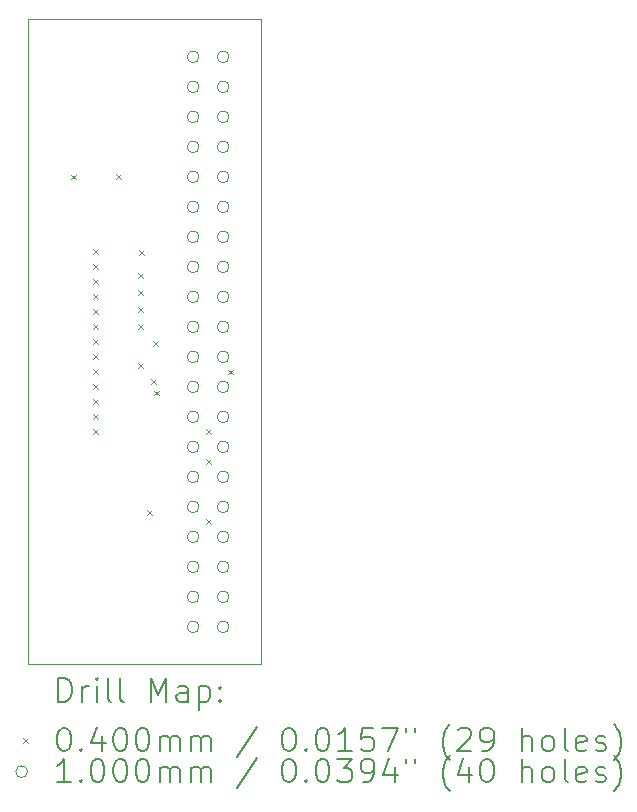
<source format=gbr>
%TF.GenerationSoftware,KiCad,Pcbnew,7.0.5-7.0.5~ubuntu23.04.1*%
%TF.CreationDate,2023-06-22T20:58:57+02:00*%
%TF.ProjectId,olimex-ice40-pi-header,6f6c696d-6578-42d6-9963-6534302d7069,rev?*%
%TF.SameCoordinates,Original*%
%TF.FileFunction,Drillmap*%
%TF.FilePolarity,Positive*%
%FSLAX45Y45*%
G04 Gerber Fmt 4.5, Leading zero omitted, Abs format (unit mm)*
G04 Created by KiCad (PCBNEW 7.0.5-7.0.5~ubuntu23.04.1) date 2023-06-22 20:58:57*
%MOMM*%
%LPD*%
G01*
G04 APERTURE LIST*
%ADD10C,0.100000*%
%ADD11C,0.200000*%
%ADD12C,0.040000*%
G04 APERTURE END LIST*
D10*
X13081000Y-7048500D02*
X15049500Y-7048500D01*
X15049500Y-12509500D01*
X13081000Y-12509500D01*
X13081000Y-7048500D01*
D11*
D12*
X13443480Y-8363480D02*
X13483480Y-8403480D01*
X13483480Y-8363480D02*
X13443480Y-8403480D01*
X13632500Y-8997000D02*
X13672500Y-9037000D01*
X13672500Y-8997000D02*
X13632500Y-9037000D01*
X13632500Y-9124000D02*
X13672500Y-9164000D01*
X13672500Y-9124000D02*
X13632500Y-9164000D01*
X13632500Y-9251000D02*
X13672500Y-9291000D01*
X13672500Y-9251000D02*
X13632500Y-9291000D01*
X13632500Y-9378000D02*
X13672500Y-9418000D01*
X13672500Y-9378000D02*
X13632500Y-9418000D01*
X13632500Y-9505000D02*
X13672500Y-9545000D01*
X13672500Y-9505000D02*
X13632500Y-9545000D01*
X13632500Y-9632000D02*
X13672500Y-9672000D01*
X13672500Y-9632000D02*
X13632500Y-9672000D01*
X13632500Y-9759000D02*
X13672500Y-9799000D01*
X13672500Y-9759000D02*
X13632500Y-9799000D01*
X13632500Y-9886000D02*
X13672500Y-9926000D01*
X13672500Y-9886000D02*
X13632500Y-9926000D01*
X13632500Y-10013000D02*
X13672500Y-10053000D01*
X13672500Y-10013000D02*
X13632500Y-10053000D01*
X13632500Y-10140000D02*
X13672500Y-10180000D01*
X13672500Y-10140000D02*
X13632500Y-10180000D01*
X13632500Y-10267000D02*
X13672500Y-10307000D01*
X13672500Y-10267000D02*
X13632500Y-10307000D01*
X13632500Y-10394000D02*
X13672500Y-10434000D01*
X13672500Y-10394000D02*
X13632500Y-10434000D01*
X13632500Y-10521000D02*
X13672500Y-10561000D01*
X13672500Y-10521000D02*
X13632500Y-10561000D01*
X13823000Y-8362000D02*
X13863000Y-8402000D01*
X13863000Y-8362000D02*
X13823000Y-8402000D01*
X14013500Y-9196450D02*
X14053500Y-9236450D01*
X14053500Y-9196450D02*
X14013500Y-9236450D01*
X14013500Y-9341400D02*
X14053500Y-9381400D01*
X14053500Y-9341400D02*
X14013500Y-9381400D01*
X14013500Y-9486350D02*
X14053500Y-9526350D01*
X14053500Y-9486350D02*
X14013500Y-9526350D01*
X14013500Y-9631300D02*
X14053500Y-9671300D01*
X14053500Y-9631300D02*
X14013500Y-9671300D01*
X14013500Y-9958450D02*
X14053500Y-9998450D01*
X14053500Y-9958450D02*
X14013500Y-9998450D01*
X14019230Y-9002730D02*
X14059230Y-9042730D01*
X14059230Y-9002730D02*
X14019230Y-9042730D01*
X14085903Y-11204003D02*
X14125903Y-11244003D01*
X14125903Y-11204003D02*
X14085903Y-11244003D01*
X14120950Y-10096050D02*
X14160950Y-10136050D01*
X14160950Y-10096050D02*
X14120950Y-10136050D01*
X14140500Y-9776250D02*
X14180500Y-9816250D01*
X14180500Y-9776250D02*
X14140500Y-9816250D01*
X14146989Y-10192549D02*
X14186989Y-10232549D01*
X14186989Y-10192549D02*
X14146989Y-10232549D01*
X14585000Y-10521000D02*
X14625000Y-10561000D01*
X14625000Y-10521000D02*
X14585000Y-10561000D01*
X14585000Y-10775000D02*
X14625000Y-10815000D01*
X14625000Y-10775000D02*
X14585000Y-10815000D01*
X14585000Y-11283000D02*
X14625000Y-11323000D01*
X14625000Y-11283000D02*
X14585000Y-11323000D01*
X14776824Y-10015647D02*
X14816824Y-10055647D01*
X14816824Y-10015647D02*
X14776824Y-10055647D01*
D10*
X14528000Y-7366000D02*
G75*
G03*
X14528000Y-7366000I-50000J0D01*
G01*
X14528000Y-7620000D02*
G75*
G03*
X14528000Y-7620000I-50000J0D01*
G01*
X14528000Y-7874000D02*
G75*
G03*
X14528000Y-7874000I-50000J0D01*
G01*
X14528000Y-8128000D02*
G75*
G03*
X14528000Y-8128000I-50000J0D01*
G01*
X14528000Y-8382000D02*
G75*
G03*
X14528000Y-8382000I-50000J0D01*
G01*
X14528000Y-8636000D02*
G75*
G03*
X14528000Y-8636000I-50000J0D01*
G01*
X14528000Y-8890000D02*
G75*
G03*
X14528000Y-8890000I-50000J0D01*
G01*
X14528000Y-9144000D02*
G75*
G03*
X14528000Y-9144000I-50000J0D01*
G01*
X14528000Y-9398000D02*
G75*
G03*
X14528000Y-9398000I-50000J0D01*
G01*
X14528000Y-9652000D02*
G75*
G03*
X14528000Y-9652000I-50000J0D01*
G01*
X14528000Y-9906000D02*
G75*
G03*
X14528000Y-9906000I-50000J0D01*
G01*
X14528000Y-10160000D02*
G75*
G03*
X14528000Y-10160000I-50000J0D01*
G01*
X14528000Y-10414000D02*
G75*
G03*
X14528000Y-10414000I-50000J0D01*
G01*
X14528000Y-10668000D02*
G75*
G03*
X14528000Y-10668000I-50000J0D01*
G01*
X14528000Y-10922000D02*
G75*
G03*
X14528000Y-10922000I-50000J0D01*
G01*
X14528000Y-11176000D02*
G75*
G03*
X14528000Y-11176000I-50000J0D01*
G01*
X14528000Y-11430000D02*
G75*
G03*
X14528000Y-11430000I-50000J0D01*
G01*
X14528000Y-11684000D02*
G75*
G03*
X14528000Y-11684000I-50000J0D01*
G01*
X14528000Y-11938000D02*
G75*
G03*
X14528000Y-11938000I-50000J0D01*
G01*
X14528000Y-12192000D02*
G75*
G03*
X14528000Y-12192000I-50000J0D01*
G01*
X14782000Y-7366000D02*
G75*
G03*
X14782000Y-7366000I-50000J0D01*
G01*
X14782000Y-7620000D02*
G75*
G03*
X14782000Y-7620000I-50000J0D01*
G01*
X14782000Y-7874000D02*
G75*
G03*
X14782000Y-7874000I-50000J0D01*
G01*
X14782000Y-8128000D02*
G75*
G03*
X14782000Y-8128000I-50000J0D01*
G01*
X14782000Y-8382000D02*
G75*
G03*
X14782000Y-8382000I-50000J0D01*
G01*
X14782000Y-8636000D02*
G75*
G03*
X14782000Y-8636000I-50000J0D01*
G01*
X14782000Y-8890000D02*
G75*
G03*
X14782000Y-8890000I-50000J0D01*
G01*
X14782000Y-9144000D02*
G75*
G03*
X14782000Y-9144000I-50000J0D01*
G01*
X14782000Y-9398000D02*
G75*
G03*
X14782000Y-9398000I-50000J0D01*
G01*
X14782000Y-9652000D02*
G75*
G03*
X14782000Y-9652000I-50000J0D01*
G01*
X14782000Y-9906000D02*
G75*
G03*
X14782000Y-9906000I-50000J0D01*
G01*
X14782000Y-10160000D02*
G75*
G03*
X14782000Y-10160000I-50000J0D01*
G01*
X14782000Y-10414000D02*
G75*
G03*
X14782000Y-10414000I-50000J0D01*
G01*
X14782000Y-10668000D02*
G75*
G03*
X14782000Y-10668000I-50000J0D01*
G01*
X14782000Y-10922000D02*
G75*
G03*
X14782000Y-10922000I-50000J0D01*
G01*
X14782000Y-11176000D02*
G75*
G03*
X14782000Y-11176000I-50000J0D01*
G01*
X14782000Y-11430000D02*
G75*
G03*
X14782000Y-11430000I-50000J0D01*
G01*
X14782000Y-11684000D02*
G75*
G03*
X14782000Y-11684000I-50000J0D01*
G01*
X14782000Y-11938000D02*
G75*
G03*
X14782000Y-11938000I-50000J0D01*
G01*
X14782000Y-12192000D02*
G75*
G03*
X14782000Y-12192000I-50000J0D01*
G01*
D11*
X13336777Y-12825984D02*
X13336777Y-12625984D01*
X13336777Y-12625984D02*
X13384396Y-12625984D01*
X13384396Y-12625984D02*
X13412967Y-12635508D01*
X13412967Y-12635508D02*
X13432015Y-12654555D01*
X13432015Y-12654555D02*
X13441539Y-12673603D01*
X13441539Y-12673603D02*
X13451062Y-12711698D01*
X13451062Y-12711698D02*
X13451062Y-12740269D01*
X13451062Y-12740269D02*
X13441539Y-12778365D01*
X13441539Y-12778365D02*
X13432015Y-12797412D01*
X13432015Y-12797412D02*
X13412967Y-12816460D01*
X13412967Y-12816460D02*
X13384396Y-12825984D01*
X13384396Y-12825984D02*
X13336777Y-12825984D01*
X13536777Y-12825984D02*
X13536777Y-12692650D01*
X13536777Y-12730746D02*
X13546301Y-12711698D01*
X13546301Y-12711698D02*
X13555824Y-12702174D01*
X13555824Y-12702174D02*
X13574872Y-12692650D01*
X13574872Y-12692650D02*
X13593920Y-12692650D01*
X13660586Y-12825984D02*
X13660586Y-12692650D01*
X13660586Y-12625984D02*
X13651062Y-12635508D01*
X13651062Y-12635508D02*
X13660586Y-12645031D01*
X13660586Y-12645031D02*
X13670110Y-12635508D01*
X13670110Y-12635508D02*
X13660586Y-12625984D01*
X13660586Y-12625984D02*
X13660586Y-12645031D01*
X13784396Y-12825984D02*
X13765348Y-12816460D01*
X13765348Y-12816460D02*
X13755824Y-12797412D01*
X13755824Y-12797412D02*
X13755824Y-12625984D01*
X13889158Y-12825984D02*
X13870110Y-12816460D01*
X13870110Y-12816460D02*
X13860586Y-12797412D01*
X13860586Y-12797412D02*
X13860586Y-12625984D01*
X14117729Y-12825984D02*
X14117729Y-12625984D01*
X14117729Y-12625984D02*
X14184396Y-12768841D01*
X14184396Y-12768841D02*
X14251062Y-12625984D01*
X14251062Y-12625984D02*
X14251062Y-12825984D01*
X14432015Y-12825984D02*
X14432015Y-12721222D01*
X14432015Y-12721222D02*
X14422491Y-12702174D01*
X14422491Y-12702174D02*
X14403443Y-12692650D01*
X14403443Y-12692650D02*
X14365348Y-12692650D01*
X14365348Y-12692650D02*
X14346301Y-12702174D01*
X14432015Y-12816460D02*
X14412967Y-12825984D01*
X14412967Y-12825984D02*
X14365348Y-12825984D01*
X14365348Y-12825984D02*
X14346301Y-12816460D01*
X14346301Y-12816460D02*
X14336777Y-12797412D01*
X14336777Y-12797412D02*
X14336777Y-12778365D01*
X14336777Y-12778365D02*
X14346301Y-12759317D01*
X14346301Y-12759317D02*
X14365348Y-12749793D01*
X14365348Y-12749793D02*
X14412967Y-12749793D01*
X14412967Y-12749793D02*
X14432015Y-12740269D01*
X14527253Y-12692650D02*
X14527253Y-12892650D01*
X14527253Y-12702174D02*
X14546301Y-12692650D01*
X14546301Y-12692650D02*
X14584396Y-12692650D01*
X14584396Y-12692650D02*
X14603443Y-12702174D01*
X14603443Y-12702174D02*
X14612967Y-12711698D01*
X14612967Y-12711698D02*
X14622491Y-12730746D01*
X14622491Y-12730746D02*
X14622491Y-12787888D01*
X14622491Y-12787888D02*
X14612967Y-12806936D01*
X14612967Y-12806936D02*
X14603443Y-12816460D01*
X14603443Y-12816460D02*
X14584396Y-12825984D01*
X14584396Y-12825984D02*
X14546301Y-12825984D01*
X14546301Y-12825984D02*
X14527253Y-12816460D01*
X14708205Y-12806936D02*
X14717729Y-12816460D01*
X14717729Y-12816460D02*
X14708205Y-12825984D01*
X14708205Y-12825984D02*
X14698682Y-12816460D01*
X14698682Y-12816460D02*
X14708205Y-12806936D01*
X14708205Y-12806936D02*
X14708205Y-12825984D01*
X14708205Y-12702174D02*
X14717729Y-12711698D01*
X14717729Y-12711698D02*
X14708205Y-12721222D01*
X14708205Y-12721222D02*
X14698682Y-12711698D01*
X14698682Y-12711698D02*
X14708205Y-12702174D01*
X14708205Y-12702174D02*
X14708205Y-12721222D01*
D12*
X13036000Y-13134500D02*
X13076000Y-13174500D01*
X13076000Y-13134500D02*
X13036000Y-13174500D01*
D11*
X13374872Y-13045984D02*
X13393920Y-13045984D01*
X13393920Y-13045984D02*
X13412967Y-13055508D01*
X13412967Y-13055508D02*
X13422491Y-13065031D01*
X13422491Y-13065031D02*
X13432015Y-13084079D01*
X13432015Y-13084079D02*
X13441539Y-13122174D01*
X13441539Y-13122174D02*
X13441539Y-13169793D01*
X13441539Y-13169793D02*
X13432015Y-13207888D01*
X13432015Y-13207888D02*
X13422491Y-13226936D01*
X13422491Y-13226936D02*
X13412967Y-13236460D01*
X13412967Y-13236460D02*
X13393920Y-13245984D01*
X13393920Y-13245984D02*
X13374872Y-13245984D01*
X13374872Y-13245984D02*
X13355824Y-13236460D01*
X13355824Y-13236460D02*
X13346301Y-13226936D01*
X13346301Y-13226936D02*
X13336777Y-13207888D01*
X13336777Y-13207888D02*
X13327253Y-13169793D01*
X13327253Y-13169793D02*
X13327253Y-13122174D01*
X13327253Y-13122174D02*
X13336777Y-13084079D01*
X13336777Y-13084079D02*
X13346301Y-13065031D01*
X13346301Y-13065031D02*
X13355824Y-13055508D01*
X13355824Y-13055508D02*
X13374872Y-13045984D01*
X13527253Y-13226936D02*
X13536777Y-13236460D01*
X13536777Y-13236460D02*
X13527253Y-13245984D01*
X13527253Y-13245984D02*
X13517729Y-13236460D01*
X13517729Y-13236460D02*
X13527253Y-13226936D01*
X13527253Y-13226936D02*
X13527253Y-13245984D01*
X13708205Y-13112650D02*
X13708205Y-13245984D01*
X13660586Y-13036460D02*
X13612967Y-13179317D01*
X13612967Y-13179317D02*
X13736777Y-13179317D01*
X13851062Y-13045984D02*
X13870110Y-13045984D01*
X13870110Y-13045984D02*
X13889158Y-13055508D01*
X13889158Y-13055508D02*
X13898682Y-13065031D01*
X13898682Y-13065031D02*
X13908205Y-13084079D01*
X13908205Y-13084079D02*
X13917729Y-13122174D01*
X13917729Y-13122174D02*
X13917729Y-13169793D01*
X13917729Y-13169793D02*
X13908205Y-13207888D01*
X13908205Y-13207888D02*
X13898682Y-13226936D01*
X13898682Y-13226936D02*
X13889158Y-13236460D01*
X13889158Y-13236460D02*
X13870110Y-13245984D01*
X13870110Y-13245984D02*
X13851062Y-13245984D01*
X13851062Y-13245984D02*
X13832015Y-13236460D01*
X13832015Y-13236460D02*
X13822491Y-13226936D01*
X13822491Y-13226936D02*
X13812967Y-13207888D01*
X13812967Y-13207888D02*
X13803443Y-13169793D01*
X13803443Y-13169793D02*
X13803443Y-13122174D01*
X13803443Y-13122174D02*
X13812967Y-13084079D01*
X13812967Y-13084079D02*
X13822491Y-13065031D01*
X13822491Y-13065031D02*
X13832015Y-13055508D01*
X13832015Y-13055508D02*
X13851062Y-13045984D01*
X14041539Y-13045984D02*
X14060586Y-13045984D01*
X14060586Y-13045984D02*
X14079634Y-13055508D01*
X14079634Y-13055508D02*
X14089158Y-13065031D01*
X14089158Y-13065031D02*
X14098682Y-13084079D01*
X14098682Y-13084079D02*
X14108205Y-13122174D01*
X14108205Y-13122174D02*
X14108205Y-13169793D01*
X14108205Y-13169793D02*
X14098682Y-13207888D01*
X14098682Y-13207888D02*
X14089158Y-13226936D01*
X14089158Y-13226936D02*
X14079634Y-13236460D01*
X14079634Y-13236460D02*
X14060586Y-13245984D01*
X14060586Y-13245984D02*
X14041539Y-13245984D01*
X14041539Y-13245984D02*
X14022491Y-13236460D01*
X14022491Y-13236460D02*
X14012967Y-13226936D01*
X14012967Y-13226936D02*
X14003443Y-13207888D01*
X14003443Y-13207888D02*
X13993920Y-13169793D01*
X13993920Y-13169793D02*
X13993920Y-13122174D01*
X13993920Y-13122174D02*
X14003443Y-13084079D01*
X14003443Y-13084079D02*
X14012967Y-13065031D01*
X14012967Y-13065031D02*
X14022491Y-13055508D01*
X14022491Y-13055508D02*
X14041539Y-13045984D01*
X14193920Y-13245984D02*
X14193920Y-13112650D01*
X14193920Y-13131698D02*
X14203443Y-13122174D01*
X14203443Y-13122174D02*
X14222491Y-13112650D01*
X14222491Y-13112650D02*
X14251063Y-13112650D01*
X14251063Y-13112650D02*
X14270110Y-13122174D01*
X14270110Y-13122174D02*
X14279634Y-13141222D01*
X14279634Y-13141222D02*
X14279634Y-13245984D01*
X14279634Y-13141222D02*
X14289158Y-13122174D01*
X14289158Y-13122174D02*
X14308205Y-13112650D01*
X14308205Y-13112650D02*
X14336777Y-13112650D01*
X14336777Y-13112650D02*
X14355824Y-13122174D01*
X14355824Y-13122174D02*
X14365348Y-13141222D01*
X14365348Y-13141222D02*
X14365348Y-13245984D01*
X14460586Y-13245984D02*
X14460586Y-13112650D01*
X14460586Y-13131698D02*
X14470110Y-13122174D01*
X14470110Y-13122174D02*
X14489158Y-13112650D01*
X14489158Y-13112650D02*
X14517729Y-13112650D01*
X14517729Y-13112650D02*
X14536777Y-13122174D01*
X14536777Y-13122174D02*
X14546301Y-13141222D01*
X14546301Y-13141222D02*
X14546301Y-13245984D01*
X14546301Y-13141222D02*
X14555824Y-13122174D01*
X14555824Y-13122174D02*
X14574872Y-13112650D01*
X14574872Y-13112650D02*
X14603443Y-13112650D01*
X14603443Y-13112650D02*
X14622491Y-13122174D01*
X14622491Y-13122174D02*
X14632015Y-13141222D01*
X14632015Y-13141222D02*
X14632015Y-13245984D01*
X15022491Y-13036460D02*
X14851063Y-13293603D01*
X15279634Y-13045984D02*
X15298682Y-13045984D01*
X15298682Y-13045984D02*
X15317729Y-13055508D01*
X15317729Y-13055508D02*
X15327253Y-13065031D01*
X15327253Y-13065031D02*
X15336777Y-13084079D01*
X15336777Y-13084079D02*
X15346301Y-13122174D01*
X15346301Y-13122174D02*
X15346301Y-13169793D01*
X15346301Y-13169793D02*
X15336777Y-13207888D01*
X15336777Y-13207888D02*
X15327253Y-13226936D01*
X15327253Y-13226936D02*
X15317729Y-13236460D01*
X15317729Y-13236460D02*
X15298682Y-13245984D01*
X15298682Y-13245984D02*
X15279634Y-13245984D01*
X15279634Y-13245984D02*
X15260586Y-13236460D01*
X15260586Y-13236460D02*
X15251063Y-13226936D01*
X15251063Y-13226936D02*
X15241539Y-13207888D01*
X15241539Y-13207888D02*
X15232015Y-13169793D01*
X15232015Y-13169793D02*
X15232015Y-13122174D01*
X15232015Y-13122174D02*
X15241539Y-13084079D01*
X15241539Y-13084079D02*
X15251063Y-13065031D01*
X15251063Y-13065031D02*
X15260586Y-13055508D01*
X15260586Y-13055508D02*
X15279634Y-13045984D01*
X15432015Y-13226936D02*
X15441539Y-13236460D01*
X15441539Y-13236460D02*
X15432015Y-13245984D01*
X15432015Y-13245984D02*
X15422491Y-13236460D01*
X15422491Y-13236460D02*
X15432015Y-13226936D01*
X15432015Y-13226936D02*
X15432015Y-13245984D01*
X15565348Y-13045984D02*
X15584396Y-13045984D01*
X15584396Y-13045984D02*
X15603444Y-13055508D01*
X15603444Y-13055508D02*
X15612967Y-13065031D01*
X15612967Y-13065031D02*
X15622491Y-13084079D01*
X15622491Y-13084079D02*
X15632015Y-13122174D01*
X15632015Y-13122174D02*
X15632015Y-13169793D01*
X15632015Y-13169793D02*
X15622491Y-13207888D01*
X15622491Y-13207888D02*
X15612967Y-13226936D01*
X15612967Y-13226936D02*
X15603444Y-13236460D01*
X15603444Y-13236460D02*
X15584396Y-13245984D01*
X15584396Y-13245984D02*
X15565348Y-13245984D01*
X15565348Y-13245984D02*
X15546301Y-13236460D01*
X15546301Y-13236460D02*
X15536777Y-13226936D01*
X15536777Y-13226936D02*
X15527253Y-13207888D01*
X15527253Y-13207888D02*
X15517729Y-13169793D01*
X15517729Y-13169793D02*
X15517729Y-13122174D01*
X15517729Y-13122174D02*
X15527253Y-13084079D01*
X15527253Y-13084079D02*
X15536777Y-13065031D01*
X15536777Y-13065031D02*
X15546301Y-13055508D01*
X15546301Y-13055508D02*
X15565348Y-13045984D01*
X15822491Y-13245984D02*
X15708206Y-13245984D01*
X15765348Y-13245984D02*
X15765348Y-13045984D01*
X15765348Y-13045984D02*
X15746301Y-13074555D01*
X15746301Y-13074555D02*
X15727253Y-13093603D01*
X15727253Y-13093603D02*
X15708206Y-13103127D01*
X16003444Y-13045984D02*
X15908206Y-13045984D01*
X15908206Y-13045984D02*
X15898682Y-13141222D01*
X15898682Y-13141222D02*
X15908206Y-13131698D01*
X15908206Y-13131698D02*
X15927253Y-13122174D01*
X15927253Y-13122174D02*
X15974872Y-13122174D01*
X15974872Y-13122174D02*
X15993920Y-13131698D01*
X15993920Y-13131698D02*
X16003444Y-13141222D01*
X16003444Y-13141222D02*
X16012967Y-13160269D01*
X16012967Y-13160269D02*
X16012967Y-13207888D01*
X16012967Y-13207888D02*
X16003444Y-13226936D01*
X16003444Y-13226936D02*
X15993920Y-13236460D01*
X15993920Y-13236460D02*
X15974872Y-13245984D01*
X15974872Y-13245984D02*
X15927253Y-13245984D01*
X15927253Y-13245984D02*
X15908206Y-13236460D01*
X15908206Y-13236460D02*
X15898682Y-13226936D01*
X16079634Y-13045984D02*
X16212967Y-13045984D01*
X16212967Y-13045984D02*
X16127253Y-13245984D01*
X16279634Y-13045984D02*
X16279634Y-13084079D01*
X16355825Y-13045984D02*
X16355825Y-13084079D01*
X16651063Y-13322174D02*
X16641539Y-13312650D01*
X16641539Y-13312650D02*
X16622491Y-13284079D01*
X16622491Y-13284079D02*
X16612968Y-13265031D01*
X16612968Y-13265031D02*
X16603444Y-13236460D01*
X16603444Y-13236460D02*
X16593920Y-13188841D01*
X16593920Y-13188841D02*
X16593920Y-13150746D01*
X16593920Y-13150746D02*
X16603444Y-13103127D01*
X16603444Y-13103127D02*
X16612968Y-13074555D01*
X16612968Y-13074555D02*
X16622491Y-13055508D01*
X16622491Y-13055508D02*
X16641539Y-13026936D01*
X16641539Y-13026936D02*
X16651063Y-13017412D01*
X16717729Y-13065031D02*
X16727253Y-13055508D01*
X16727253Y-13055508D02*
X16746301Y-13045984D01*
X16746301Y-13045984D02*
X16793920Y-13045984D01*
X16793920Y-13045984D02*
X16812968Y-13055508D01*
X16812968Y-13055508D02*
X16822491Y-13065031D01*
X16822491Y-13065031D02*
X16832015Y-13084079D01*
X16832015Y-13084079D02*
X16832015Y-13103127D01*
X16832015Y-13103127D02*
X16822491Y-13131698D01*
X16822491Y-13131698D02*
X16708206Y-13245984D01*
X16708206Y-13245984D02*
X16832015Y-13245984D01*
X16927253Y-13245984D02*
X16965349Y-13245984D01*
X16965349Y-13245984D02*
X16984396Y-13236460D01*
X16984396Y-13236460D02*
X16993920Y-13226936D01*
X16993920Y-13226936D02*
X17012968Y-13198365D01*
X17012968Y-13198365D02*
X17022491Y-13160269D01*
X17022491Y-13160269D02*
X17022491Y-13084079D01*
X17022491Y-13084079D02*
X17012968Y-13065031D01*
X17012968Y-13065031D02*
X17003444Y-13055508D01*
X17003444Y-13055508D02*
X16984396Y-13045984D01*
X16984396Y-13045984D02*
X16946301Y-13045984D01*
X16946301Y-13045984D02*
X16927253Y-13055508D01*
X16927253Y-13055508D02*
X16917730Y-13065031D01*
X16917730Y-13065031D02*
X16908206Y-13084079D01*
X16908206Y-13084079D02*
X16908206Y-13131698D01*
X16908206Y-13131698D02*
X16917730Y-13150746D01*
X16917730Y-13150746D02*
X16927253Y-13160269D01*
X16927253Y-13160269D02*
X16946301Y-13169793D01*
X16946301Y-13169793D02*
X16984396Y-13169793D01*
X16984396Y-13169793D02*
X17003444Y-13160269D01*
X17003444Y-13160269D02*
X17012968Y-13150746D01*
X17012968Y-13150746D02*
X17022491Y-13131698D01*
X17260587Y-13245984D02*
X17260587Y-13045984D01*
X17346301Y-13245984D02*
X17346301Y-13141222D01*
X17346301Y-13141222D02*
X17336777Y-13122174D01*
X17336777Y-13122174D02*
X17317730Y-13112650D01*
X17317730Y-13112650D02*
X17289158Y-13112650D01*
X17289158Y-13112650D02*
X17270111Y-13122174D01*
X17270111Y-13122174D02*
X17260587Y-13131698D01*
X17470111Y-13245984D02*
X17451063Y-13236460D01*
X17451063Y-13236460D02*
X17441539Y-13226936D01*
X17441539Y-13226936D02*
X17432015Y-13207888D01*
X17432015Y-13207888D02*
X17432015Y-13150746D01*
X17432015Y-13150746D02*
X17441539Y-13131698D01*
X17441539Y-13131698D02*
X17451063Y-13122174D01*
X17451063Y-13122174D02*
X17470111Y-13112650D01*
X17470111Y-13112650D02*
X17498682Y-13112650D01*
X17498682Y-13112650D02*
X17517730Y-13122174D01*
X17517730Y-13122174D02*
X17527253Y-13131698D01*
X17527253Y-13131698D02*
X17536777Y-13150746D01*
X17536777Y-13150746D02*
X17536777Y-13207888D01*
X17536777Y-13207888D02*
X17527253Y-13226936D01*
X17527253Y-13226936D02*
X17517730Y-13236460D01*
X17517730Y-13236460D02*
X17498682Y-13245984D01*
X17498682Y-13245984D02*
X17470111Y-13245984D01*
X17651063Y-13245984D02*
X17632015Y-13236460D01*
X17632015Y-13236460D02*
X17622492Y-13217412D01*
X17622492Y-13217412D02*
X17622492Y-13045984D01*
X17803444Y-13236460D02*
X17784396Y-13245984D01*
X17784396Y-13245984D02*
X17746301Y-13245984D01*
X17746301Y-13245984D02*
X17727253Y-13236460D01*
X17727253Y-13236460D02*
X17717730Y-13217412D01*
X17717730Y-13217412D02*
X17717730Y-13141222D01*
X17717730Y-13141222D02*
X17727253Y-13122174D01*
X17727253Y-13122174D02*
X17746301Y-13112650D01*
X17746301Y-13112650D02*
X17784396Y-13112650D01*
X17784396Y-13112650D02*
X17803444Y-13122174D01*
X17803444Y-13122174D02*
X17812968Y-13141222D01*
X17812968Y-13141222D02*
X17812968Y-13160269D01*
X17812968Y-13160269D02*
X17717730Y-13179317D01*
X17889158Y-13236460D02*
X17908206Y-13245984D01*
X17908206Y-13245984D02*
X17946301Y-13245984D01*
X17946301Y-13245984D02*
X17965349Y-13236460D01*
X17965349Y-13236460D02*
X17974873Y-13217412D01*
X17974873Y-13217412D02*
X17974873Y-13207888D01*
X17974873Y-13207888D02*
X17965349Y-13188841D01*
X17965349Y-13188841D02*
X17946301Y-13179317D01*
X17946301Y-13179317D02*
X17917730Y-13179317D01*
X17917730Y-13179317D02*
X17898682Y-13169793D01*
X17898682Y-13169793D02*
X17889158Y-13150746D01*
X17889158Y-13150746D02*
X17889158Y-13141222D01*
X17889158Y-13141222D02*
X17898682Y-13122174D01*
X17898682Y-13122174D02*
X17917730Y-13112650D01*
X17917730Y-13112650D02*
X17946301Y-13112650D01*
X17946301Y-13112650D02*
X17965349Y-13122174D01*
X18041539Y-13322174D02*
X18051063Y-13312650D01*
X18051063Y-13312650D02*
X18070111Y-13284079D01*
X18070111Y-13284079D02*
X18079634Y-13265031D01*
X18079634Y-13265031D02*
X18089158Y-13236460D01*
X18089158Y-13236460D02*
X18098682Y-13188841D01*
X18098682Y-13188841D02*
X18098682Y-13150746D01*
X18098682Y-13150746D02*
X18089158Y-13103127D01*
X18089158Y-13103127D02*
X18079634Y-13074555D01*
X18079634Y-13074555D02*
X18070111Y-13055508D01*
X18070111Y-13055508D02*
X18051063Y-13026936D01*
X18051063Y-13026936D02*
X18041539Y-13017412D01*
D10*
X13076000Y-13418500D02*
G75*
G03*
X13076000Y-13418500I-50000J0D01*
G01*
D11*
X13441539Y-13509984D02*
X13327253Y-13509984D01*
X13384396Y-13509984D02*
X13384396Y-13309984D01*
X13384396Y-13309984D02*
X13365348Y-13338555D01*
X13365348Y-13338555D02*
X13346301Y-13357603D01*
X13346301Y-13357603D02*
X13327253Y-13367127D01*
X13527253Y-13490936D02*
X13536777Y-13500460D01*
X13536777Y-13500460D02*
X13527253Y-13509984D01*
X13527253Y-13509984D02*
X13517729Y-13500460D01*
X13517729Y-13500460D02*
X13527253Y-13490936D01*
X13527253Y-13490936D02*
X13527253Y-13509984D01*
X13660586Y-13309984D02*
X13679634Y-13309984D01*
X13679634Y-13309984D02*
X13698682Y-13319508D01*
X13698682Y-13319508D02*
X13708205Y-13329031D01*
X13708205Y-13329031D02*
X13717729Y-13348079D01*
X13717729Y-13348079D02*
X13727253Y-13386174D01*
X13727253Y-13386174D02*
X13727253Y-13433793D01*
X13727253Y-13433793D02*
X13717729Y-13471888D01*
X13717729Y-13471888D02*
X13708205Y-13490936D01*
X13708205Y-13490936D02*
X13698682Y-13500460D01*
X13698682Y-13500460D02*
X13679634Y-13509984D01*
X13679634Y-13509984D02*
X13660586Y-13509984D01*
X13660586Y-13509984D02*
X13641539Y-13500460D01*
X13641539Y-13500460D02*
X13632015Y-13490936D01*
X13632015Y-13490936D02*
X13622491Y-13471888D01*
X13622491Y-13471888D02*
X13612967Y-13433793D01*
X13612967Y-13433793D02*
X13612967Y-13386174D01*
X13612967Y-13386174D02*
X13622491Y-13348079D01*
X13622491Y-13348079D02*
X13632015Y-13329031D01*
X13632015Y-13329031D02*
X13641539Y-13319508D01*
X13641539Y-13319508D02*
X13660586Y-13309984D01*
X13851062Y-13309984D02*
X13870110Y-13309984D01*
X13870110Y-13309984D02*
X13889158Y-13319508D01*
X13889158Y-13319508D02*
X13898682Y-13329031D01*
X13898682Y-13329031D02*
X13908205Y-13348079D01*
X13908205Y-13348079D02*
X13917729Y-13386174D01*
X13917729Y-13386174D02*
X13917729Y-13433793D01*
X13917729Y-13433793D02*
X13908205Y-13471888D01*
X13908205Y-13471888D02*
X13898682Y-13490936D01*
X13898682Y-13490936D02*
X13889158Y-13500460D01*
X13889158Y-13500460D02*
X13870110Y-13509984D01*
X13870110Y-13509984D02*
X13851062Y-13509984D01*
X13851062Y-13509984D02*
X13832015Y-13500460D01*
X13832015Y-13500460D02*
X13822491Y-13490936D01*
X13822491Y-13490936D02*
X13812967Y-13471888D01*
X13812967Y-13471888D02*
X13803443Y-13433793D01*
X13803443Y-13433793D02*
X13803443Y-13386174D01*
X13803443Y-13386174D02*
X13812967Y-13348079D01*
X13812967Y-13348079D02*
X13822491Y-13329031D01*
X13822491Y-13329031D02*
X13832015Y-13319508D01*
X13832015Y-13319508D02*
X13851062Y-13309984D01*
X14041539Y-13309984D02*
X14060586Y-13309984D01*
X14060586Y-13309984D02*
X14079634Y-13319508D01*
X14079634Y-13319508D02*
X14089158Y-13329031D01*
X14089158Y-13329031D02*
X14098682Y-13348079D01*
X14098682Y-13348079D02*
X14108205Y-13386174D01*
X14108205Y-13386174D02*
X14108205Y-13433793D01*
X14108205Y-13433793D02*
X14098682Y-13471888D01*
X14098682Y-13471888D02*
X14089158Y-13490936D01*
X14089158Y-13490936D02*
X14079634Y-13500460D01*
X14079634Y-13500460D02*
X14060586Y-13509984D01*
X14060586Y-13509984D02*
X14041539Y-13509984D01*
X14041539Y-13509984D02*
X14022491Y-13500460D01*
X14022491Y-13500460D02*
X14012967Y-13490936D01*
X14012967Y-13490936D02*
X14003443Y-13471888D01*
X14003443Y-13471888D02*
X13993920Y-13433793D01*
X13993920Y-13433793D02*
X13993920Y-13386174D01*
X13993920Y-13386174D02*
X14003443Y-13348079D01*
X14003443Y-13348079D02*
X14012967Y-13329031D01*
X14012967Y-13329031D02*
X14022491Y-13319508D01*
X14022491Y-13319508D02*
X14041539Y-13309984D01*
X14193920Y-13509984D02*
X14193920Y-13376650D01*
X14193920Y-13395698D02*
X14203443Y-13386174D01*
X14203443Y-13386174D02*
X14222491Y-13376650D01*
X14222491Y-13376650D02*
X14251063Y-13376650D01*
X14251063Y-13376650D02*
X14270110Y-13386174D01*
X14270110Y-13386174D02*
X14279634Y-13405222D01*
X14279634Y-13405222D02*
X14279634Y-13509984D01*
X14279634Y-13405222D02*
X14289158Y-13386174D01*
X14289158Y-13386174D02*
X14308205Y-13376650D01*
X14308205Y-13376650D02*
X14336777Y-13376650D01*
X14336777Y-13376650D02*
X14355824Y-13386174D01*
X14355824Y-13386174D02*
X14365348Y-13405222D01*
X14365348Y-13405222D02*
X14365348Y-13509984D01*
X14460586Y-13509984D02*
X14460586Y-13376650D01*
X14460586Y-13395698D02*
X14470110Y-13386174D01*
X14470110Y-13386174D02*
X14489158Y-13376650D01*
X14489158Y-13376650D02*
X14517729Y-13376650D01*
X14517729Y-13376650D02*
X14536777Y-13386174D01*
X14536777Y-13386174D02*
X14546301Y-13405222D01*
X14546301Y-13405222D02*
X14546301Y-13509984D01*
X14546301Y-13405222D02*
X14555824Y-13386174D01*
X14555824Y-13386174D02*
X14574872Y-13376650D01*
X14574872Y-13376650D02*
X14603443Y-13376650D01*
X14603443Y-13376650D02*
X14622491Y-13386174D01*
X14622491Y-13386174D02*
X14632015Y-13405222D01*
X14632015Y-13405222D02*
X14632015Y-13509984D01*
X15022491Y-13300460D02*
X14851063Y-13557603D01*
X15279634Y-13309984D02*
X15298682Y-13309984D01*
X15298682Y-13309984D02*
X15317729Y-13319508D01*
X15317729Y-13319508D02*
X15327253Y-13329031D01*
X15327253Y-13329031D02*
X15336777Y-13348079D01*
X15336777Y-13348079D02*
X15346301Y-13386174D01*
X15346301Y-13386174D02*
X15346301Y-13433793D01*
X15346301Y-13433793D02*
X15336777Y-13471888D01*
X15336777Y-13471888D02*
X15327253Y-13490936D01*
X15327253Y-13490936D02*
X15317729Y-13500460D01*
X15317729Y-13500460D02*
X15298682Y-13509984D01*
X15298682Y-13509984D02*
X15279634Y-13509984D01*
X15279634Y-13509984D02*
X15260586Y-13500460D01*
X15260586Y-13500460D02*
X15251063Y-13490936D01*
X15251063Y-13490936D02*
X15241539Y-13471888D01*
X15241539Y-13471888D02*
X15232015Y-13433793D01*
X15232015Y-13433793D02*
X15232015Y-13386174D01*
X15232015Y-13386174D02*
X15241539Y-13348079D01*
X15241539Y-13348079D02*
X15251063Y-13329031D01*
X15251063Y-13329031D02*
X15260586Y-13319508D01*
X15260586Y-13319508D02*
X15279634Y-13309984D01*
X15432015Y-13490936D02*
X15441539Y-13500460D01*
X15441539Y-13500460D02*
X15432015Y-13509984D01*
X15432015Y-13509984D02*
X15422491Y-13500460D01*
X15422491Y-13500460D02*
X15432015Y-13490936D01*
X15432015Y-13490936D02*
X15432015Y-13509984D01*
X15565348Y-13309984D02*
X15584396Y-13309984D01*
X15584396Y-13309984D02*
X15603444Y-13319508D01*
X15603444Y-13319508D02*
X15612967Y-13329031D01*
X15612967Y-13329031D02*
X15622491Y-13348079D01*
X15622491Y-13348079D02*
X15632015Y-13386174D01*
X15632015Y-13386174D02*
X15632015Y-13433793D01*
X15632015Y-13433793D02*
X15622491Y-13471888D01*
X15622491Y-13471888D02*
X15612967Y-13490936D01*
X15612967Y-13490936D02*
X15603444Y-13500460D01*
X15603444Y-13500460D02*
X15584396Y-13509984D01*
X15584396Y-13509984D02*
X15565348Y-13509984D01*
X15565348Y-13509984D02*
X15546301Y-13500460D01*
X15546301Y-13500460D02*
X15536777Y-13490936D01*
X15536777Y-13490936D02*
X15527253Y-13471888D01*
X15527253Y-13471888D02*
X15517729Y-13433793D01*
X15517729Y-13433793D02*
X15517729Y-13386174D01*
X15517729Y-13386174D02*
X15527253Y-13348079D01*
X15527253Y-13348079D02*
X15536777Y-13329031D01*
X15536777Y-13329031D02*
X15546301Y-13319508D01*
X15546301Y-13319508D02*
X15565348Y-13309984D01*
X15698682Y-13309984D02*
X15822491Y-13309984D01*
X15822491Y-13309984D02*
X15755825Y-13386174D01*
X15755825Y-13386174D02*
X15784396Y-13386174D01*
X15784396Y-13386174D02*
X15803444Y-13395698D01*
X15803444Y-13395698D02*
X15812967Y-13405222D01*
X15812967Y-13405222D02*
X15822491Y-13424269D01*
X15822491Y-13424269D02*
X15822491Y-13471888D01*
X15822491Y-13471888D02*
X15812967Y-13490936D01*
X15812967Y-13490936D02*
X15803444Y-13500460D01*
X15803444Y-13500460D02*
X15784396Y-13509984D01*
X15784396Y-13509984D02*
X15727253Y-13509984D01*
X15727253Y-13509984D02*
X15708206Y-13500460D01*
X15708206Y-13500460D02*
X15698682Y-13490936D01*
X15917729Y-13509984D02*
X15955825Y-13509984D01*
X15955825Y-13509984D02*
X15974872Y-13500460D01*
X15974872Y-13500460D02*
X15984396Y-13490936D01*
X15984396Y-13490936D02*
X16003444Y-13462365D01*
X16003444Y-13462365D02*
X16012967Y-13424269D01*
X16012967Y-13424269D02*
X16012967Y-13348079D01*
X16012967Y-13348079D02*
X16003444Y-13329031D01*
X16003444Y-13329031D02*
X15993920Y-13319508D01*
X15993920Y-13319508D02*
X15974872Y-13309984D01*
X15974872Y-13309984D02*
X15936777Y-13309984D01*
X15936777Y-13309984D02*
X15917729Y-13319508D01*
X15917729Y-13319508D02*
X15908206Y-13329031D01*
X15908206Y-13329031D02*
X15898682Y-13348079D01*
X15898682Y-13348079D02*
X15898682Y-13395698D01*
X15898682Y-13395698D02*
X15908206Y-13414746D01*
X15908206Y-13414746D02*
X15917729Y-13424269D01*
X15917729Y-13424269D02*
X15936777Y-13433793D01*
X15936777Y-13433793D02*
X15974872Y-13433793D01*
X15974872Y-13433793D02*
X15993920Y-13424269D01*
X15993920Y-13424269D02*
X16003444Y-13414746D01*
X16003444Y-13414746D02*
X16012967Y-13395698D01*
X16184396Y-13376650D02*
X16184396Y-13509984D01*
X16136777Y-13300460D02*
X16089158Y-13443317D01*
X16089158Y-13443317D02*
X16212967Y-13443317D01*
X16279634Y-13309984D02*
X16279634Y-13348079D01*
X16355825Y-13309984D02*
X16355825Y-13348079D01*
X16651063Y-13586174D02*
X16641539Y-13576650D01*
X16641539Y-13576650D02*
X16622491Y-13548079D01*
X16622491Y-13548079D02*
X16612968Y-13529031D01*
X16612968Y-13529031D02*
X16603444Y-13500460D01*
X16603444Y-13500460D02*
X16593920Y-13452841D01*
X16593920Y-13452841D02*
X16593920Y-13414746D01*
X16593920Y-13414746D02*
X16603444Y-13367127D01*
X16603444Y-13367127D02*
X16612968Y-13338555D01*
X16612968Y-13338555D02*
X16622491Y-13319508D01*
X16622491Y-13319508D02*
X16641539Y-13290936D01*
X16641539Y-13290936D02*
X16651063Y-13281412D01*
X16812968Y-13376650D02*
X16812968Y-13509984D01*
X16765348Y-13300460D02*
X16717729Y-13443317D01*
X16717729Y-13443317D02*
X16841539Y-13443317D01*
X16955825Y-13309984D02*
X16974872Y-13309984D01*
X16974872Y-13309984D02*
X16993920Y-13319508D01*
X16993920Y-13319508D02*
X17003444Y-13329031D01*
X17003444Y-13329031D02*
X17012968Y-13348079D01*
X17012968Y-13348079D02*
X17022491Y-13386174D01*
X17022491Y-13386174D02*
X17022491Y-13433793D01*
X17022491Y-13433793D02*
X17012968Y-13471888D01*
X17012968Y-13471888D02*
X17003444Y-13490936D01*
X17003444Y-13490936D02*
X16993920Y-13500460D01*
X16993920Y-13500460D02*
X16974872Y-13509984D01*
X16974872Y-13509984D02*
X16955825Y-13509984D01*
X16955825Y-13509984D02*
X16936777Y-13500460D01*
X16936777Y-13500460D02*
X16927253Y-13490936D01*
X16927253Y-13490936D02*
X16917730Y-13471888D01*
X16917730Y-13471888D02*
X16908206Y-13433793D01*
X16908206Y-13433793D02*
X16908206Y-13386174D01*
X16908206Y-13386174D02*
X16917730Y-13348079D01*
X16917730Y-13348079D02*
X16927253Y-13329031D01*
X16927253Y-13329031D02*
X16936777Y-13319508D01*
X16936777Y-13319508D02*
X16955825Y-13309984D01*
X17260587Y-13509984D02*
X17260587Y-13309984D01*
X17346301Y-13509984D02*
X17346301Y-13405222D01*
X17346301Y-13405222D02*
X17336777Y-13386174D01*
X17336777Y-13386174D02*
X17317730Y-13376650D01*
X17317730Y-13376650D02*
X17289158Y-13376650D01*
X17289158Y-13376650D02*
X17270111Y-13386174D01*
X17270111Y-13386174D02*
X17260587Y-13395698D01*
X17470111Y-13509984D02*
X17451063Y-13500460D01*
X17451063Y-13500460D02*
X17441539Y-13490936D01*
X17441539Y-13490936D02*
X17432015Y-13471888D01*
X17432015Y-13471888D02*
X17432015Y-13414746D01*
X17432015Y-13414746D02*
X17441539Y-13395698D01*
X17441539Y-13395698D02*
X17451063Y-13386174D01*
X17451063Y-13386174D02*
X17470111Y-13376650D01*
X17470111Y-13376650D02*
X17498682Y-13376650D01*
X17498682Y-13376650D02*
X17517730Y-13386174D01*
X17517730Y-13386174D02*
X17527253Y-13395698D01*
X17527253Y-13395698D02*
X17536777Y-13414746D01*
X17536777Y-13414746D02*
X17536777Y-13471888D01*
X17536777Y-13471888D02*
X17527253Y-13490936D01*
X17527253Y-13490936D02*
X17517730Y-13500460D01*
X17517730Y-13500460D02*
X17498682Y-13509984D01*
X17498682Y-13509984D02*
X17470111Y-13509984D01*
X17651063Y-13509984D02*
X17632015Y-13500460D01*
X17632015Y-13500460D02*
X17622492Y-13481412D01*
X17622492Y-13481412D02*
X17622492Y-13309984D01*
X17803444Y-13500460D02*
X17784396Y-13509984D01*
X17784396Y-13509984D02*
X17746301Y-13509984D01*
X17746301Y-13509984D02*
X17727253Y-13500460D01*
X17727253Y-13500460D02*
X17717730Y-13481412D01*
X17717730Y-13481412D02*
X17717730Y-13405222D01*
X17717730Y-13405222D02*
X17727253Y-13386174D01*
X17727253Y-13386174D02*
X17746301Y-13376650D01*
X17746301Y-13376650D02*
X17784396Y-13376650D01*
X17784396Y-13376650D02*
X17803444Y-13386174D01*
X17803444Y-13386174D02*
X17812968Y-13405222D01*
X17812968Y-13405222D02*
X17812968Y-13424269D01*
X17812968Y-13424269D02*
X17717730Y-13443317D01*
X17889158Y-13500460D02*
X17908206Y-13509984D01*
X17908206Y-13509984D02*
X17946301Y-13509984D01*
X17946301Y-13509984D02*
X17965349Y-13500460D01*
X17965349Y-13500460D02*
X17974873Y-13481412D01*
X17974873Y-13481412D02*
X17974873Y-13471888D01*
X17974873Y-13471888D02*
X17965349Y-13452841D01*
X17965349Y-13452841D02*
X17946301Y-13443317D01*
X17946301Y-13443317D02*
X17917730Y-13443317D01*
X17917730Y-13443317D02*
X17898682Y-13433793D01*
X17898682Y-13433793D02*
X17889158Y-13414746D01*
X17889158Y-13414746D02*
X17889158Y-13405222D01*
X17889158Y-13405222D02*
X17898682Y-13386174D01*
X17898682Y-13386174D02*
X17917730Y-13376650D01*
X17917730Y-13376650D02*
X17946301Y-13376650D01*
X17946301Y-13376650D02*
X17965349Y-13386174D01*
X18041539Y-13586174D02*
X18051063Y-13576650D01*
X18051063Y-13576650D02*
X18070111Y-13548079D01*
X18070111Y-13548079D02*
X18079634Y-13529031D01*
X18079634Y-13529031D02*
X18089158Y-13500460D01*
X18089158Y-13500460D02*
X18098682Y-13452841D01*
X18098682Y-13452841D02*
X18098682Y-13414746D01*
X18098682Y-13414746D02*
X18089158Y-13367127D01*
X18089158Y-13367127D02*
X18079634Y-13338555D01*
X18079634Y-13338555D02*
X18070111Y-13319508D01*
X18070111Y-13319508D02*
X18051063Y-13290936D01*
X18051063Y-13290936D02*
X18041539Y-13281412D01*
M02*

</source>
